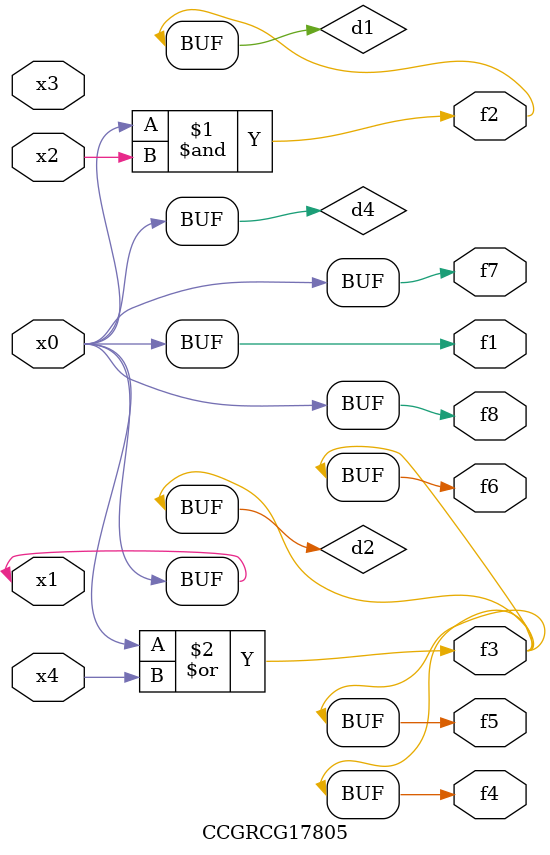
<source format=v>
module CCGRCG17805(
	input x0, x1, x2, x3, x4,
	output f1, f2, f3, f4, f5, f6, f7, f8
);

	wire d1, d2, d3, d4;

	and (d1, x0, x2);
	or (d2, x0, x4);
	nand (d3, x0, x2);
	buf (d4, x0, x1);
	assign f1 = d4;
	assign f2 = d1;
	assign f3 = d2;
	assign f4 = d2;
	assign f5 = d2;
	assign f6 = d2;
	assign f7 = d4;
	assign f8 = d4;
endmodule

</source>
